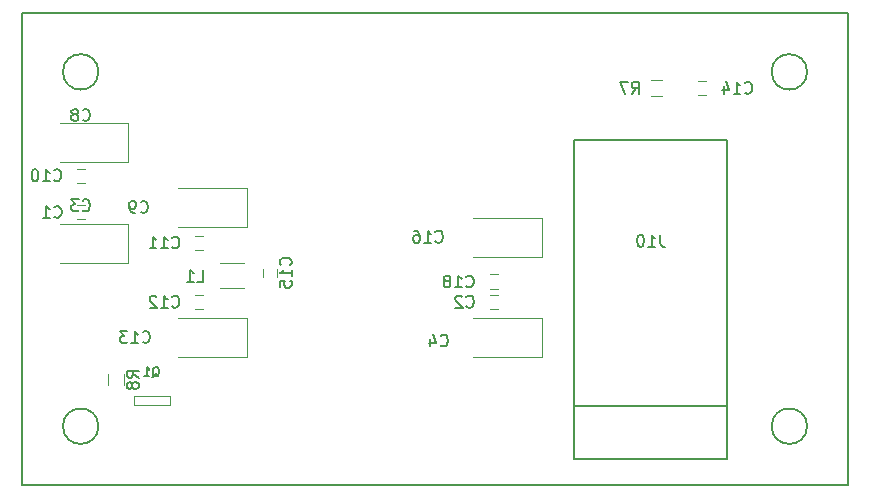
<source format=gbr>
G04 #@! TF.FileFunction,Legend,Bot*
%FSLAX46Y46*%
G04 Gerber Fmt 4.6, Leading zero omitted, Abs format (unit mm)*
G04 Created by KiCad (PCBNEW 4.0.7) date 04/04/19 13:25:53*
%MOMM*%
%LPD*%
G01*
G04 APERTURE LIST*
%ADD10C,0.100000*%
%ADD11C,0.150000*%
%ADD12C,0.120000*%
%ADD13C,0.001000*%
%ADD14C,0.190500*%
%ADD15C,0.203200*%
G04 APERTURE END LIST*
D10*
D11*
X-3500000Y-5000000D02*
G75*
G03X-3500000Y-5000000I-1500000J0D01*
G01*
X-3500000Y-35000000D02*
G75*
G03X-3500000Y-35000000I-1500000J0D01*
G01*
X-63500000Y-35000000D02*
G75*
G03X-63500000Y-35000000I-1500000J0D01*
G01*
X-63500000Y-5000000D02*
G75*
G03X-63500000Y-5000000I-1500000J0D01*
G01*
X-70000000Y-40000000D02*
X-70000000Y0D01*
X0Y-40000000D02*
X-70000000Y-40000000D01*
X0Y0D02*
X0Y-40000000D01*
X-70000000Y0D02*
X0Y0D01*
D12*
X-65350000Y-17450000D02*
X-64650000Y-17450000D01*
X-64650000Y-16250000D02*
X-65350000Y-16250000D01*
X-30350000Y-25100000D02*
X-29650000Y-25100000D01*
X-29650000Y-23900000D02*
X-30350000Y-23900000D01*
X-60950000Y-17850000D02*
X-66750000Y-17850000D01*
X-60950000Y-21150000D02*
X-66750000Y-21150000D01*
X-60950000Y-17850000D02*
X-60950000Y-21150000D01*
X-25950000Y-25850000D02*
X-31750000Y-25850000D01*
X-25950000Y-29150000D02*
X-31750000Y-29150000D01*
X-25950000Y-25850000D02*
X-25950000Y-29150000D01*
X-60950000Y-9350000D02*
X-66750000Y-9350000D01*
X-60950000Y-12650000D02*
X-66750000Y-12650000D01*
X-60950000Y-9350000D02*
X-60950000Y-12650000D01*
X-50950000Y-14850000D02*
X-56750000Y-14850000D01*
X-50950000Y-18150000D02*
X-56750000Y-18150000D01*
X-50950000Y-14850000D02*
X-50950000Y-18150000D01*
X-65350000Y-14400000D02*
X-64650000Y-14400000D01*
X-64650000Y-13200000D02*
X-65350000Y-13200000D01*
X-55350000Y-20100000D02*
X-54650000Y-20100000D01*
X-54650000Y-18900000D02*
X-55350000Y-18900000D01*
X-55350000Y-25100000D02*
X-54650000Y-25100000D01*
X-54650000Y-23900000D02*
X-55350000Y-23900000D01*
X-50950000Y-25850000D02*
X-56750000Y-25850000D01*
X-50950000Y-29150000D02*
X-56750000Y-29150000D01*
X-50950000Y-25850000D02*
X-50950000Y-29150000D01*
X-12050000Y-5800000D02*
X-12750000Y-5800000D01*
X-12750000Y-7000000D02*
X-12050000Y-7000000D01*
X-49600000Y-21650000D02*
X-49600000Y-22350000D01*
X-48400000Y-22350000D02*
X-48400000Y-21650000D01*
X-25950000Y-17350000D02*
X-31750000Y-17350000D01*
X-25950000Y-20650000D02*
X-31750000Y-20650000D01*
X-25950000Y-17350000D02*
X-25950000Y-20650000D01*
X-30350000Y-23350000D02*
X-29650000Y-23350000D01*
X-29650000Y-22150000D02*
X-30350000Y-22150000D01*
D11*
X-23250000Y-33250000D02*
X-10250000Y-33250000D01*
X-23250000Y-10750000D02*
X-23250000Y-37750000D01*
X-23250000Y-37750000D02*
X-10250000Y-37750000D01*
X-10250000Y-37750000D02*
X-10250000Y-10750000D01*
X-10250000Y-10750000D02*
X-23250000Y-10750000D01*
D12*
X-53200000Y-23320000D02*
X-51200000Y-23320000D01*
X-51200000Y-21180000D02*
X-53200000Y-21180000D01*
D13*
X-57476000Y-32453000D02*
X-60524000Y-32453000D01*
X-60524000Y-32453000D02*
X-60524000Y-33215000D01*
X-60524000Y-33215000D02*
X-57476000Y-33215000D01*
X-57476000Y-33215000D02*
X-57476000Y-32453000D01*
D12*
X-16750000Y-7080000D02*
X-15750000Y-7080000D01*
X-15750000Y-5720000D02*
X-16750000Y-5720000D01*
X-62680000Y-30550000D02*
X-62680000Y-31550000D01*
X-61320000Y-31550000D02*
X-61320000Y-30550000D01*
D11*
X-67233334Y-17257143D02*
X-67185715Y-17304762D01*
X-67042858Y-17352381D01*
X-66947620Y-17352381D01*
X-66804762Y-17304762D01*
X-66709524Y-17209524D01*
X-66661905Y-17114286D01*
X-66614286Y-16923810D01*
X-66614286Y-16780952D01*
X-66661905Y-16590476D01*
X-66709524Y-16495238D01*
X-66804762Y-16400000D01*
X-66947620Y-16352381D01*
X-67042858Y-16352381D01*
X-67185715Y-16400000D01*
X-67233334Y-16447619D01*
X-68185715Y-17352381D02*
X-67614286Y-17352381D01*
X-67900000Y-17352381D02*
X-67900000Y-16352381D01*
X-67804762Y-16495238D01*
X-67709524Y-16590476D01*
X-67614286Y-16638095D01*
X-32333334Y-24857143D02*
X-32285715Y-24904762D01*
X-32142858Y-24952381D01*
X-32047620Y-24952381D01*
X-31904762Y-24904762D01*
X-31809524Y-24809524D01*
X-31761905Y-24714286D01*
X-31714286Y-24523810D01*
X-31714286Y-24380952D01*
X-31761905Y-24190476D01*
X-31809524Y-24095238D01*
X-31904762Y-24000000D01*
X-32047620Y-23952381D01*
X-32142858Y-23952381D01*
X-32285715Y-24000000D01*
X-32333334Y-24047619D01*
X-32714286Y-24047619D02*
X-32761905Y-24000000D01*
X-32857143Y-23952381D01*
X-33095239Y-23952381D01*
X-33190477Y-24000000D01*
X-33238096Y-24047619D01*
X-33285715Y-24142857D01*
X-33285715Y-24238095D01*
X-33238096Y-24380952D01*
X-32666667Y-24952381D01*
X-33285715Y-24952381D01*
X-64833334Y-16707143D02*
X-64785715Y-16754762D01*
X-64642858Y-16802381D01*
X-64547620Y-16802381D01*
X-64404762Y-16754762D01*
X-64309524Y-16659524D01*
X-64261905Y-16564286D01*
X-64214286Y-16373810D01*
X-64214286Y-16230952D01*
X-64261905Y-16040476D01*
X-64309524Y-15945238D01*
X-64404762Y-15850000D01*
X-64547620Y-15802381D01*
X-64642858Y-15802381D01*
X-64785715Y-15850000D01*
X-64833334Y-15897619D01*
X-65166667Y-15802381D02*
X-65785715Y-15802381D01*
X-65452381Y-16183333D01*
X-65595239Y-16183333D01*
X-65690477Y-16230952D01*
X-65738096Y-16278571D01*
X-65785715Y-16373810D01*
X-65785715Y-16611905D01*
X-65738096Y-16707143D01*
X-65690477Y-16754762D01*
X-65595239Y-16802381D01*
X-65309524Y-16802381D01*
X-65214286Y-16754762D01*
X-65166667Y-16707143D01*
X-34533334Y-28157143D02*
X-34485715Y-28204762D01*
X-34342858Y-28252381D01*
X-34247620Y-28252381D01*
X-34104762Y-28204762D01*
X-34009524Y-28109524D01*
X-33961905Y-28014286D01*
X-33914286Y-27823810D01*
X-33914286Y-27680952D01*
X-33961905Y-27490476D01*
X-34009524Y-27395238D01*
X-34104762Y-27300000D01*
X-34247620Y-27252381D01*
X-34342858Y-27252381D01*
X-34485715Y-27300000D01*
X-34533334Y-27347619D01*
X-35390477Y-27585714D02*
X-35390477Y-28252381D01*
X-35152381Y-27204762D02*
X-34914286Y-27919048D01*
X-35533334Y-27919048D01*
X-64833334Y-9057143D02*
X-64785715Y-9104762D01*
X-64642858Y-9152381D01*
X-64547620Y-9152381D01*
X-64404762Y-9104762D01*
X-64309524Y-9009524D01*
X-64261905Y-8914286D01*
X-64214286Y-8723810D01*
X-64214286Y-8580952D01*
X-64261905Y-8390476D01*
X-64309524Y-8295238D01*
X-64404762Y-8200000D01*
X-64547620Y-8152381D01*
X-64642858Y-8152381D01*
X-64785715Y-8200000D01*
X-64833334Y-8247619D01*
X-65404762Y-8580952D02*
X-65309524Y-8533333D01*
X-65261905Y-8485714D01*
X-65214286Y-8390476D01*
X-65214286Y-8342857D01*
X-65261905Y-8247619D01*
X-65309524Y-8200000D01*
X-65404762Y-8152381D01*
X-65595239Y-8152381D01*
X-65690477Y-8200000D01*
X-65738096Y-8247619D01*
X-65785715Y-8342857D01*
X-65785715Y-8390476D01*
X-65738096Y-8485714D01*
X-65690477Y-8533333D01*
X-65595239Y-8580952D01*
X-65404762Y-8580952D01*
X-65309524Y-8628571D01*
X-65261905Y-8676190D01*
X-65214286Y-8771429D01*
X-65214286Y-8961905D01*
X-65261905Y-9057143D01*
X-65309524Y-9104762D01*
X-65404762Y-9152381D01*
X-65595239Y-9152381D01*
X-65690477Y-9104762D01*
X-65738096Y-9057143D01*
X-65785715Y-8961905D01*
X-65785715Y-8771429D01*
X-65738096Y-8676190D01*
X-65690477Y-8628571D01*
X-65595239Y-8580952D01*
X-59933334Y-16857143D02*
X-59885715Y-16904762D01*
X-59742858Y-16952381D01*
X-59647620Y-16952381D01*
X-59504762Y-16904762D01*
X-59409524Y-16809524D01*
X-59361905Y-16714286D01*
X-59314286Y-16523810D01*
X-59314286Y-16380952D01*
X-59361905Y-16190476D01*
X-59409524Y-16095238D01*
X-59504762Y-16000000D01*
X-59647620Y-15952381D01*
X-59742858Y-15952381D01*
X-59885715Y-16000000D01*
X-59933334Y-16047619D01*
X-60409524Y-16952381D02*
X-60600000Y-16952381D01*
X-60695239Y-16904762D01*
X-60742858Y-16857143D01*
X-60838096Y-16714286D01*
X-60885715Y-16523810D01*
X-60885715Y-16142857D01*
X-60838096Y-16047619D01*
X-60790477Y-16000000D01*
X-60695239Y-15952381D01*
X-60504762Y-15952381D01*
X-60409524Y-16000000D01*
X-60361905Y-16047619D01*
X-60314286Y-16142857D01*
X-60314286Y-16380952D01*
X-60361905Y-16476190D01*
X-60409524Y-16523810D01*
X-60504762Y-16571429D01*
X-60695239Y-16571429D01*
X-60790477Y-16523810D01*
X-60838096Y-16476190D01*
X-60885715Y-16380952D01*
X-67257143Y-14157143D02*
X-67209524Y-14204762D01*
X-67066667Y-14252381D01*
X-66971429Y-14252381D01*
X-66828571Y-14204762D01*
X-66733333Y-14109524D01*
X-66685714Y-14014286D01*
X-66638095Y-13823810D01*
X-66638095Y-13680952D01*
X-66685714Y-13490476D01*
X-66733333Y-13395238D01*
X-66828571Y-13300000D01*
X-66971429Y-13252381D01*
X-67066667Y-13252381D01*
X-67209524Y-13300000D01*
X-67257143Y-13347619D01*
X-68209524Y-14252381D02*
X-67638095Y-14252381D01*
X-67923809Y-14252381D02*
X-67923809Y-13252381D01*
X-67828571Y-13395238D01*
X-67733333Y-13490476D01*
X-67638095Y-13538095D01*
X-68828571Y-13252381D02*
X-68923810Y-13252381D01*
X-69019048Y-13300000D01*
X-69066667Y-13347619D01*
X-69114286Y-13442857D01*
X-69161905Y-13633333D01*
X-69161905Y-13871429D01*
X-69114286Y-14061905D01*
X-69066667Y-14157143D01*
X-69019048Y-14204762D01*
X-68923810Y-14252381D01*
X-68828571Y-14252381D01*
X-68733333Y-14204762D01*
X-68685714Y-14157143D01*
X-68638095Y-14061905D01*
X-68590476Y-13871429D01*
X-68590476Y-13633333D01*
X-68638095Y-13442857D01*
X-68685714Y-13347619D01*
X-68733333Y-13300000D01*
X-68828571Y-13252381D01*
X-57257143Y-19857143D02*
X-57209524Y-19904762D01*
X-57066667Y-19952381D01*
X-56971429Y-19952381D01*
X-56828571Y-19904762D01*
X-56733333Y-19809524D01*
X-56685714Y-19714286D01*
X-56638095Y-19523810D01*
X-56638095Y-19380952D01*
X-56685714Y-19190476D01*
X-56733333Y-19095238D01*
X-56828571Y-19000000D01*
X-56971429Y-18952381D01*
X-57066667Y-18952381D01*
X-57209524Y-19000000D01*
X-57257143Y-19047619D01*
X-58209524Y-19952381D02*
X-57638095Y-19952381D01*
X-57923809Y-19952381D02*
X-57923809Y-18952381D01*
X-57828571Y-19095238D01*
X-57733333Y-19190476D01*
X-57638095Y-19238095D01*
X-59161905Y-19952381D02*
X-58590476Y-19952381D01*
X-58876190Y-19952381D02*
X-58876190Y-18952381D01*
X-58780952Y-19095238D01*
X-58685714Y-19190476D01*
X-58590476Y-19238095D01*
X-57257143Y-24857143D02*
X-57209524Y-24904762D01*
X-57066667Y-24952381D01*
X-56971429Y-24952381D01*
X-56828571Y-24904762D01*
X-56733333Y-24809524D01*
X-56685714Y-24714286D01*
X-56638095Y-24523810D01*
X-56638095Y-24380952D01*
X-56685714Y-24190476D01*
X-56733333Y-24095238D01*
X-56828571Y-24000000D01*
X-56971429Y-23952381D01*
X-57066667Y-23952381D01*
X-57209524Y-24000000D01*
X-57257143Y-24047619D01*
X-58209524Y-24952381D02*
X-57638095Y-24952381D01*
X-57923809Y-24952381D02*
X-57923809Y-23952381D01*
X-57828571Y-24095238D01*
X-57733333Y-24190476D01*
X-57638095Y-24238095D01*
X-58590476Y-24047619D02*
X-58638095Y-24000000D01*
X-58733333Y-23952381D01*
X-58971429Y-23952381D01*
X-59066667Y-24000000D01*
X-59114286Y-24047619D01*
X-59161905Y-24142857D01*
X-59161905Y-24238095D01*
X-59114286Y-24380952D01*
X-58542857Y-24952381D01*
X-59161905Y-24952381D01*
X-59757143Y-27857143D02*
X-59709524Y-27904762D01*
X-59566667Y-27952381D01*
X-59471429Y-27952381D01*
X-59328571Y-27904762D01*
X-59233333Y-27809524D01*
X-59185714Y-27714286D01*
X-59138095Y-27523810D01*
X-59138095Y-27380952D01*
X-59185714Y-27190476D01*
X-59233333Y-27095238D01*
X-59328571Y-27000000D01*
X-59471429Y-26952381D01*
X-59566667Y-26952381D01*
X-59709524Y-27000000D01*
X-59757143Y-27047619D01*
X-60709524Y-27952381D02*
X-60138095Y-27952381D01*
X-60423809Y-27952381D02*
X-60423809Y-26952381D01*
X-60328571Y-27095238D01*
X-60233333Y-27190476D01*
X-60138095Y-27238095D01*
X-61042857Y-26952381D02*
X-61661905Y-26952381D01*
X-61328571Y-27333333D01*
X-61471429Y-27333333D01*
X-61566667Y-27380952D01*
X-61614286Y-27428571D01*
X-61661905Y-27523810D01*
X-61661905Y-27761905D01*
X-61614286Y-27857143D01*
X-61566667Y-27904762D01*
X-61471429Y-27952381D01*
X-61185714Y-27952381D01*
X-61090476Y-27904762D01*
X-61042857Y-27857143D01*
X-8757143Y-6757143D02*
X-8709524Y-6804762D01*
X-8566667Y-6852381D01*
X-8471429Y-6852381D01*
X-8328571Y-6804762D01*
X-8233333Y-6709524D01*
X-8185714Y-6614286D01*
X-8138095Y-6423810D01*
X-8138095Y-6280952D01*
X-8185714Y-6090476D01*
X-8233333Y-5995238D01*
X-8328571Y-5900000D01*
X-8471429Y-5852381D01*
X-8566667Y-5852381D01*
X-8709524Y-5900000D01*
X-8757143Y-5947619D01*
X-9709524Y-6852381D02*
X-9138095Y-6852381D01*
X-9423809Y-6852381D02*
X-9423809Y-5852381D01*
X-9328571Y-5995238D01*
X-9233333Y-6090476D01*
X-9138095Y-6138095D01*
X-10566667Y-6185714D02*
X-10566667Y-6852381D01*
X-10328571Y-5804762D02*
X-10090476Y-6519048D01*
X-10709524Y-6519048D01*
X-47242857Y-21357143D02*
X-47195238Y-21309524D01*
X-47147619Y-21166667D01*
X-47147619Y-21071429D01*
X-47195238Y-20928571D01*
X-47290476Y-20833333D01*
X-47385714Y-20785714D01*
X-47576190Y-20738095D01*
X-47719048Y-20738095D01*
X-47909524Y-20785714D01*
X-48004762Y-20833333D01*
X-48100000Y-20928571D01*
X-48147619Y-21071429D01*
X-48147619Y-21166667D01*
X-48100000Y-21309524D01*
X-48052381Y-21357143D01*
X-47147619Y-22309524D02*
X-47147619Y-21738095D01*
X-47147619Y-22023809D02*
X-48147619Y-22023809D01*
X-48004762Y-21928571D01*
X-47909524Y-21833333D01*
X-47861905Y-21738095D01*
X-48147619Y-23214286D02*
X-48147619Y-22738095D01*
X-47671429Y-22690476D01*
X-47719048Y-22738095D01*
X-47766667Y-22833333D01*
X-47766667Y-23071429D01*
X-47719048Y-23166667D01*
X-47671429Y-23214286D01*
X-47576190Y-23261905D01*
X-47338095Y-23261905D01*
X-47242857Y-23214286D01*
X-47195238Y-23166667D01*
X-47147619Y-23071429D01*
X-47147619Y-22833333D01*
X-47195238Y-22738095D01*
X-47242857Y-22690476D01*
X-34957143Y-19357143D02*
X-34909524Y-19404762D01*
X-34766667Y-19452381D01*
X-34671429Y-19452381D01*
X-34528571Y-19404762D01*
X-34433333Y-19309524D01*
X-34385714Y-19214286D01*
X-34338095Y-19023810D01*
X-34338095Y-18880952D01*
X-34385714Y-18690476D01*
X-34433333Y-18595238D01*
X-34528571Y-18500000D01*
X-34671429Y-18452381D01*
X-34766667Y-18452381D01*
X-34909524Y-18500000D01*
X-34957143Y-18547619D01*
X-35909524Y-19452381D02*
X-35338095Y-19452381D01*
X-35623809Y-19452381D02*
X-35623809Y-18452381D01*
X-35528571Y-18595238D01*
X-35433333Y-18690476D01*
X-35338095Y-18738095D01*
X-36766667Y-18452381D02*
X-36576190Y-18452381D01*
X-36480952Y-18500000D01*
X-36433333Y-18547619D01*
X-36338095Y-18690476D01*
X-36290476Y-18880952D01*
X-36290476Y-19261905D01*
X-36338095Y-19357143D01*
X-36385714Y-19404762D01*
X-36480952Y-19452381D01*
X-36671429Y-19452381D01*
X-36766667Y-19404762D01*
X-36814286Y-19357143D01*
X-36861905Y-19261905D01*
X-36861905Y-19023810D01*
X-36814286Y-18928571D01*
X-36766667Y-18880952D01*
X-36671429Y-18833333D01*
X-36480952Y-18833333D01*
X-36385714Y-18880952D01*
X-36338095Y-18928571D01*
X-36290476Y-19023810D01*
X-32357143Y-23157143D02*
X-32309524Y-23204762D01*
X-32166667Y-23252381D01*
X-32071429Y-23252381D01*
X-31928571Y-23204762D01*
X-31833333Y-23109524D01*
X-31785714Y-23014286D01*
X-31738095Y-22823810D01*
X-31738095Y-22680952D01*
X-31785714Y-22490476D01*
X-31833333Y-22395238D01*
X-31928571Y-22300000D01*
X-32071429Y-22252381D01*
X-32166667Y-22252381D01*
X-32309524Y-22300000D01*
X-32357143Y-22347619D01*
X-33309524Y-23252381D02*
X-32738095Y-23252381D01*
X-33023809Y-23252381D02*
X-33023809Y-22252381D01*
X-32928571Y-22395238D01*
X-32833333Y-22490476D01*
X-32738095Y-22538095D01*
X-33880952Y-22680952D02*
X-33785714Y-22633333D01*
X-33738095Y-22585714D01*
X-33690476Y-22490476D01*
X-33690476Y-22442857D01*
X-33738095Y-22347619D01*
X-33785714Y-22300000D01*
X-33880952Y-22252381D01*
X-34071429Y-22252381D01*
X-34166667Y-22300000D01*
X-34214286Y-22347619D01*
X-34261905Y-22442857D01*
X-34261905Y-22490476D01*
X-34214286Y-22585714D01*
X-34166667Y-22633333D01*
X-34071429Y-22680952D01*
X-33880952Y-22680952D01*
X-33785714Y-22728571D01*
X-33738095Y-22776190D01*
X-33690476Y-22871429D01*
X-33690476Y-23061905D01*
X-33738095Y-23157143D01*
X-33785714Y-23204762D01*
X-33880952Y-23252381D01*
X-34071429Y-23252381D01*
X-34166667Y-23204762D01*
X-34214286Y-23157143D01*
X-34261905Y-23061905D01*
X-34261905Y-22871429D01*
X-34214286Y-22776190D01*
X-34166667Y-22728571D01*
X-34071429Y-22680952D01*
X-15940477Y-18802381D02*
X-15940477Y-19516667D01*
X-15892857Y-19659524D01*
X-15797619Y-19754762D01*
X-15654762Y-19802381D01*
X-15559524Y-19802381D01*
X-16940477Y-19802381D02*
X-16369048Y-19802381D01*
X-16654762Y-19802381D02*
X-16654762Y-18802381D01*
X-16559524Y-18945238D01*
X-16464286Y-19040476D01*
X-16369048Y-19088095D01*
X-17559524Y-18802381D02*
X-17654763Y-18802381D01*
X-17750001Y-18850000D01*
X-17797620Y-18897619D01*
X-17845239Y-18992857D01*
X-17892858Y-19183333D01*
X-17892858Y-19421429D01*
X-17845239Y-19611905D01*
X-17797620Y-19707143D01*
X-17750001Y-19754762D01*
X-17654763Y-19802381D01*
X-17559524Y-19802381D01*
X-17464286Y-19754762D01*
X-17416667Y-19707143D01*
X-17369048Y-19611905D01*
X-17321429Y-19421429D01*
X-17321429Y-19183333D01*
X-17369048Y-18992857D01*
X-17416667Y-18897619D01*
X-17464286Y-18850000D01*
X-17559524Y-18802381D01*
X-55133334Y-22752381D02*
X-54657143Y-22752381D01*
X-54657143Y-21752381D01*
X-55990477Y-22752381D02*
X-55419048Y-22752381D01*
X-55704762Y-22752381D02*
X-55704762Y-21752381D01*
X-55609524Y-21895238D01*
X-55514286Y-21990476D01*
X-55419048Y-22038095D01*
D14*
X-58927429Y-30838286D02*
X-58854857Y-30802000D01*
X-58782286Y-30729429D01*
X-58673429Y-30620571D01*
X-58600857Y-30584286D01*
X-58528286Y-30584286D01*
X-58564571Y-30765714D02*
X-58492000Y-30729429D01*
X-58419429Y-30656857D01*
X-58383143Y-30511714D01*
X-58383143Y-30257714D01*
X-58419429Y-30112571D01*
X-58492000Y-30040000D01*
X-58564571Y-30003714D01*
X-58709714Y-30003714D01*
X-58782286Y-30040000D01*
X-58854857Y-30112571D01*
X-58891143Y-30257714D01*
X-58891143Y-30511714D01*
X-58854857Y-30656857D01*
X-58782286Y-30729429D01*
X-58709714Y-30765714D01*
X-58564571Y-30765714D01*
X-59616857Y-30765714D02*
X-59181429Y-30765714D01*
X-59399143Y-30765714D02*
X-59399143Y-30003714D01*
X-59326572Y-30112571D01*
X-59254000Y-30185143D01*
X-59181429Y-30221429D01*
D15*
D11*
X-18333334Y-6852381D02*
X-18000000Y-6376190D01*
X-17761905Y-6852381D02*
X-17761905Y-5852381D01*
X-18142858Y-5852381D01*
X-18238096Y-5900000D01*
X-18285715Y-5947619D01*
X-18333334Y-6042857D01*
X-18333334Y-6185714D01*
X-18285715Y-6280952D01*
X-18238096Y-6328571D01*
X-18142858Y-6376190D01*
X-17761905Y-6376190D01*
X-18666667Y-5852381D02*
X-19333334Y-5852381D01*
X-18904762Y-6852381D01*
X-60097619Y-30883334D02*
X-60573810Y-30550000D01*
X-60097619Y-30311905D02*
X-61097619Y-30311905D01*
X-61097619Y-30692858D01*
X-61050000Y-30788096D01*
X-61002381Y-30835715D01*
X-60907143Y-30883334D01*
X-60764286Y-30883334D01*
X-60669048Y-30835715D01*
X-60621429Y-30788096D01*
X-60573810Y-30692858D01*
X-60573810Y-30311905D01*
X-60669048Y-31454762D02*
X-60716667Y-31359524D01*
X-60764286Y-31311905D01*
X-60859524Y-31264286D01*
X-60907143Y-31264286D01*
X-61002381Y-31311905D01*
X-61050000Y-31359524D01*
X-61097619Y-31454762D01*
X-61097619Y-31645239D01*
X-61050000Y-31740477D01*
X-61002381Y-31788096D01*
X-60907143Y-31835715D01*
X-60859524Y-31835715D01*
X-60764286Y-31788096D01*
X-60716667Y-31740477D01*
X-60669048Y-31645239D01*
X-60669048Y-31454762D01*
X-60621429Y-31359524D01*
X-60573810Y-31311905D01*
X-60478571Y-31264286D01*
X-60288095Y-31264286D01*
X-60192857Y-31311905D01*
X-60145238Y-31359524D01*
X-60097619Y-31454762D01*
X-60097619Y-31645239D01*
X-60145238Y-31740477D01*
X-60192857Y-31788096D01*
X-60288095Y-31835715D01*
X-60478571Y-31835715D01*
X-60573810Y-31788096D01*
X-60621429Y-31740477D01*
X-60669048Y-31645239D01*
M02*

</source>
